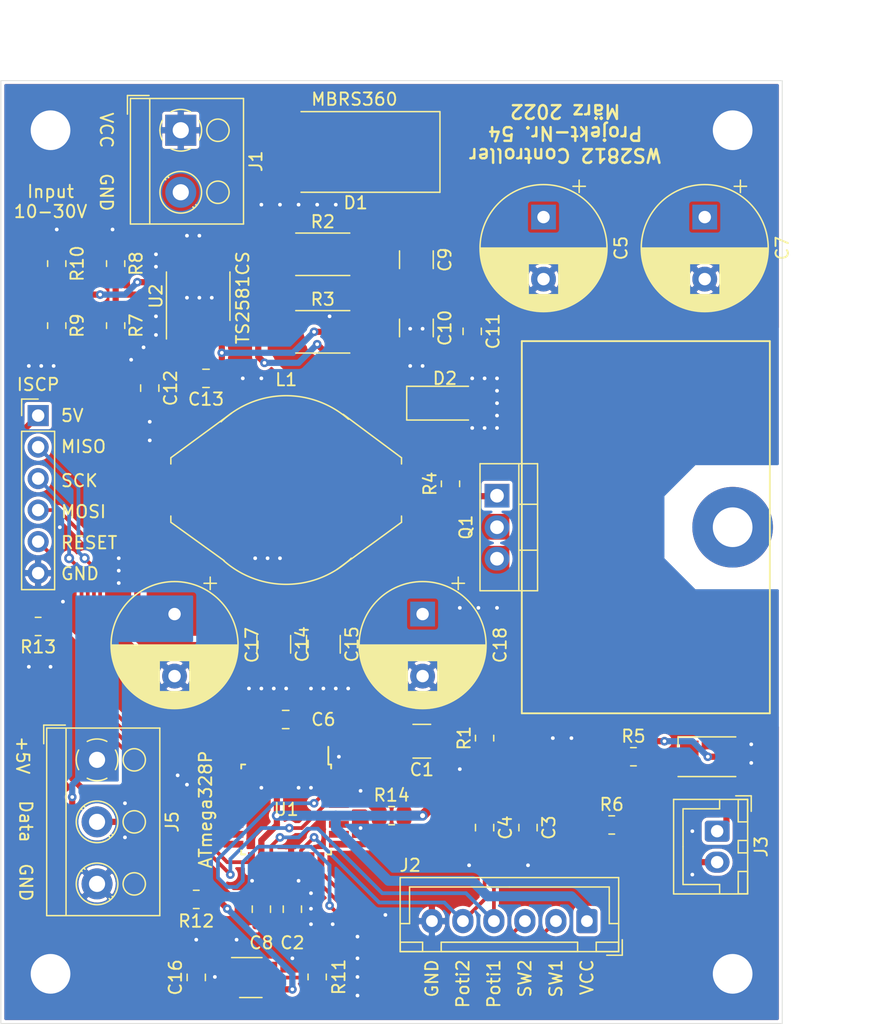
<source format=kicad_pcb>
(kicad_pcb (version 20171130) (host pcbnew 5.1.12-84ad8e8a86~92~ubuntu20.04.1)
  (layers (0 F.Cu signal) (31 B.Cu signal) (34 B.Paste user) (35 F.Paste user) (36 B.SilkS user) (37 F.SilkS user) (38 B.Mask user) (39 F.Mask user) (44 Edge.Cuts user))
  (net 0 "")
  (net 1 GND)
  (net 2 "Net-(C2-Pad1)")
  (net 3 "Net-(C10-Pad1)")
  (net 4 VCC)
  (net 5 /V_Sense)
  (net 6 "Net-(Q1-Pad1)")
  (net 7 "Net-(R4-Pad2)")
  (net 8 /WS2812_Data)
  (net 9 "Net-(R10-Pad2)")
  (net 10 "Net-(U1-Pad32)")
  (net 11 "Net-(U1-Pad31)")
  (net 12 "Net-(U1-Pad28)")
  (net 13 "Net-(U1-Pad27)")
  (net 14 "Net-(U1-Pad26)")
  (net 15 "Net-(U1-Pad14)")
  (net 16 "Net-(U1-Pad13)")
  (net 17 "Net-(U1-Pad12)")
  (net 18 "Net-(U1-Pad11)")
  (net 19 "Net-(U1-Pad10)")
  (net 20 "Net-(U1-Pad9)")
  (net 21 "Net-(U1-Pad8)")
  (net 22 "Net-(U1-Pad7)")
  (net 23 "Net-(U1-Pad2)")
  (net 24 "Net-(U1-Pad1)")
  (net 25 /VCC_µC)
  (net 26 /Poti1)
  (net 27 /Poti2)
  (net 28 "Net-(C11-Pad1)")
  (net 29 "Net-(C12-Pad1)")
  (net 30 "Net-(C13-Pad2)")
  (net 31 "Net-(D1-Pad2)")
  (net 32 "Net-(D2-Pad1)")
  (net 33 "Net-(D3-Pad1)")
  (net 34 /Button2)
  (net 35 /Button1)
  (net 36 /RESET)
  (net 37 /MOSI)
  (net 38 /SCK)
  (net 39 /MISO)
  (net 40 "Net-(J4-Pad1)")
  (net 41 /LED_Power)
  (net 42 "Net-(J3-Pad2)")
  (net 43 "Net-(R7-Pad1)")
  (net 44 "Net-(R12-Pad2)")
  (net 45 "Net-(J5-Pad2)")
  (module Package_TO_SOT_THT:TO-220-3_Vertical (layer F.Cu) (at 80 80.46 270)
    (fp_text reference Q1 (at 2.54 2.5 90) (layer F.SilkS))
    (fp_text value IRF5305)
    (pad 1 thru_hole rect (at 0 0 270) (size 1.905 2) (drill 1.1) (layers *.Cu *.Mask) (net 6 "Net-(Q1-Pad1)"))
    (pad 2 thru_hole oval (at 2.54 0 270) (size 1.905 2) (drill 1.1) (layers *.Cu *.Mask) (net 32 "Net-(D2-Pad1)"))
    (pad 3 thru_hole oval (at 5.08 0 270) (size 1.905 2) (drill 1.1) (layers *.Cu *.Mask) (net 5 /V_Sense))
  )
  (module Diode_SMD:D_SMC_Handsoldering (layer F.Cu) (at 68.6 52.75 180)
    (fp_text reference D1 (at 0 -4.1) (layer F.SilkS))
    (fp_text value MBRS360)
    (pad 2 smd rect (at 4.4 0 270) (size 3.3 4.5) (layers F.Cu F.Paste F.Mask) (net 31 "Net-(D1-Pad2)"))
    (pad 1 smd rect (at -4.4 0 270) (size 3.3 4.5) (layers F.Cu F.Paste F.Mask) (net 28 "Net-(C11-Pad1)"))
  )
  (module TerminalBlock_RND:TerminalBlock_RND_205-00002_1x03_P5.00mm_Horizontal (layer F.Cu) (at 47.75 101.75 270)
    (fp_text reference J5 (at 5 -6.06 90) (layer F.SilkS))
    (fp_text value "WS2812 Out")
    (pad 3 thru_hole circle (at 10 0 270) (size 2.5 2.5) (drill 1.3) (layers *.Cu *.Mask) (net 1 GND))
    (pad 2 thru_hole circle (at 5 0 270) (size 2.5 2.5) (drill 1.3) (layers *.Cu *.Mask) (net 45 "Net-(J5-Pad2)"))
    (pad 1 thru_hole rect (at 0 0 270) (size 2.5 2.5) (drill 1.3) (layers *.Cu *.Mask) (net 4 VCC))
  )
  (module Connector_JST:JST_XH_B2B-XH-A_1x02_P2.50mm_Vertical (layer F.Cu) (at 97.75 107.5 270)
    (fp_text reference J3 (at 1.25 -3.55 90) (layer F.SilkS))
    (fp_text value LED_Pwr_ext)
    (pad 2 thru_hole oval (at 2.5 0 270) (size 1.7 2) (drill 1) (layers *.Cu *.Mask) (net 42 "Net-(J3-Pad2)"))
    (pad 1 thru_hole roundrect (at 0 0 270) (size 1.7 2) (drill 1) (layers *.Cu *.Mask) (roundrect_rratio 0.1470588235294118) (net 4 VCC))
  )
  (module TerminalBlock_RND:TerminalBlock_RND_205-00001_1x02_P5.00mm_Horizontal (layer F.Cu) (at 54.5 51 270)
    (fp_text reference J1 (at 2.5 -6.06 90) (layer F.SilkS))
    (fp_text value "Power IN")
    (pad 2 thru_hole circle (at 5 0 270) (size 2.5 2.5) (drill 1.3) (layers *.Cu *.Mask) (net 31 "Net-(D1-Pad2)"))
    (pad 1 thru_hole rect (at 0 0 270) (size 2.5 2.5) (drill 1.3) (layers *.Cu *.Mask) (net 1 GND))
  )
  (module Resistor_SMD:R_0805_2012Metric_Pad1.20x1.40mm_HandSolder (layer F.Cu) (at 71.5 106.25)
    (fp_text reference R14 (at 0 -1.65) (layer F.SilkS))
    (fp_text value 10k)
    (pad 2 smd roundrect (at 1 0) (size 1.2 1.4) (layers F.Cu F.Paste F.Mask) (roundrect_rratio 0.2083325) (net 25 /VCC_µC))
    (pad 1 smd roundrect (at -1 0) (size 1.2 1.4) (layers F.Cu F.Paste F.Mask) (roundrect_rratio 0.2083325) (net 36 /RESET))
  )
  (module Resistor_SMD:R_0805_2012Metric_Pad1.20x1.40mm_HandSolder (layer F.Cu) (at 43 91 180)
    (fp_text reference R13 (at 0 -1.65) (layer F.SilkS))
    (fp_text value 0R)
    (pad 2 smd roundrect (at 1 0 180) (size 1.2 1.4) (layers F.Cu F.Paste F.Mask) (roundrect_rratio 0.2083325) (net 40 "Net-(J4-Pad1)"))
    (pad 1 smd roundrect (at -1 0 180) (size 1.2 1.4) (layers F.Cu F.Paste F.Mask) (roundrect_rratio 0.2083325) (net 25 /VCC_µC))
  )
  (module Resistor_SMD:R_0805_2012Metric_Pad1.20x1.40mm_HandSolder (layer F.Cu) (at 89.25 107)
    (fp_text reference R6 (at 0 -1.65) (layer F.SilkS))
    (fp_text value 470R)
    (pad 2 smd roundrect (at 1 0) (size 1.2 1.4) (layers F.Cu F.Paste F.Mask) (roundrect_rratio 0.2083325) (net 42 "Net-(J3-Pad2)"))
    (pad 1 smd roundrect (at -1 0) (size 1.2 1.4) (layers F.Cu F.Paste F.Mask) (roundrect_rratio 0.2083325) (net 41 /LED_Power))
  )
  (module Resistor_SMD:R_0805_2012Metric_Pad1.20x1.40mm_HandSolder (layer F.Cu) (at 91 101.5)
    (fp_text reference R5 (at 0 -1.65) (layer F.SilkS))
    (fp_text value 10k)
    (pad 2 smd roundrect (at 1 0) (size 1.2 1.4) (layers F.Cu F.Paste F.Mask) (roundrect_rratio 0.2083325) (net 33 "Net-(D3-Pad1)"))
    (pad 1 smd roundrect (at -1 0) (size 1.2 1.4) (layers F.Cu F.Paste F.Mask) (roundrect_rratio 0.2083325) (net 41 /LED_Power))
  )
  (module Connector_PinHeader_2.54mm:PinHeader_1x06_P2.54mm_Vertical (layer F.Cu) (at 43 74)
    (fp_text reference J4 hide)
    (fp_text value ISCP (at 0 -2.5) (layer F.SilkS))
    (pad 6 thru_hole oval (at 0 12.7) (size 1.7 1.7) (drill 1) (layers *.Cu *.Mask) (net 1 GND))
    (pad 5 thru_hole oval (at 0 10.16) (size 1.7 1.7) (drill 1) (layers *.Cu *.Mask) (net 36 /RESET))
    (pad 4 thru_hole oval (at 0 7.62) (size 1.7 1.7) (drill 1) (layers *.Cu *.Mask) (net 37 /MOSI))
    (pad 3 thru_hole oval (at 0 5.08) (size 1.7 1.7) (drill 1) (layers *.Cu *.Mask) (net 38 /SCK))
    (pad 2 thru_hole oval (at 0 2.54) (size 1.7 1.7) (drill 1) (layers *.Cu *.Mask) (net 39 /MISO))
    (pad 1 thru_hole rect (at 0 0) (size 1.7 1.7) (drill 1) (layers *.Cu *.Mask) (net 40 "Net-(J4-Pad1)"))
  )
  (module Connector_JST:JST_XH_B6B-XH-A_1x06_P2.50mm_Vertical (layer F.Cu) (at 87.25 114.75 180)
    (fp_text reference J2 (at 14.25 4.5) (layer F.SilkS))
    (fp_text value Conn_01x06)
    (pad 6 thru_hole oval (at 12.5 0 180) (size 1.7 1.95) (drill 0.95) (layers *.Cu *.Mask) (net 1 GND))
    (pad 5 thru_hole oval (at 10 0 180) (size 1.7 1.95) (drill 0.95) (layers *.Cu *.Mask) (net 27 /Poti2))
    (pad 4 thru_hole oval (at 7.5 0 180) (size 1.7 1.95) (drill 0.95) (layers *.Cu *.Mask) (net 26 /Poti1))
    (pad 3 thru_hole oval (at 5 0 180) (size 1.7 1.95) (drill 0.95) (layers *.Cu *.Mask) (net 34 /Button2))
    (pad 2 thru_hole oval (at 2.5 0 180) (size 1.7 1.95) (drill 0.95) (layers *.Cu *.Mask) (net 35 /Button1))
    (pad 1 thru_hole roundrect (at 0 0 180) (size 1.7 1.95) (drill 0.95) (layers *.Cu *.Mask) (roundrect_rratio 0.1470588235294118) (net 25 /VCC_µC))
  )
  (module LED_SMD:LED_PLCC-2 (layer F.Cu) (at 97 101.5)
    (fp_text reference D3 hide)
    (fp_text value LED_PWR)
    (pad 2 smd rect (at 1.5 0) (size 1.5 2.6) (layers F.Cu F.Paste F.Mask) (net 4 VCC))
    (pad 1 smd rect (at -1.5 0) (size 1.5 2.6) (layers F.Cu F.Paste F.Mask) (net 33 "Net-(D3-Pad1)"))
  )
  (module Capacitor_SMD:C_0805_2012Metric_Pad1.18x1.45mm_HandSolder (layer F.Cu) (at 61 113.7875 270)
    (fp_text reference C8 (at 2.7125 0) (layer F.SilkS))
    (fp_text value 100nF)
    (pad 2 smd roundrect (at 1.0375 0 270) (size 1.175 1.45) (layers F.Cu F.Paste F.Mask) (roundrect_rratio 0.2127659574468085) (net 1 GND))
    (pad 1 smd roundrect (at -1.0375 0 270) (size 1.175 1.45) (layers F.Cu F.Paste F.Mask) (roundrect_rratio 0.2127659574468085) (net 25 /VCC_µC))
  )
  (module Capacitor_SMD:C_0805_2012Metric_Pad1.18x1.45mm_HandSolder (layer F.Cu) (at 79 107.2125 270)
    (fp_text reference C4 (at 0 -1.68 90) (layer F.SilkS))
    (fp_text value 100nF)
    (pad 2 smd roundrect (at 1.0375 0 270) (size 1.175 1.45) (layers F.Cu F.Paste F.Mask) (roundrect_rratio 0.2127659574468085) (net 27 /Poti2))
    (pad 1 smd roundrect (at -1.0375 0 270) (size 1.175 1.45) (layers F.Cu F.Paste F.Mask) (roundrect_rratio 0.2127659574468085) (net 1 GND))
  )
  (module Capacitor_SMD:C_0805_2012Metric_Pad1.18x1.45mm_HandSolder (layer F.Cu) (at 82.5 107.2125 270)
    (fp_text reference C3 (at 0 -1.68 90) (layer F.SilkS))
    (fp_text value 100nF)
    (pad 2 smd roundrect (at 1.0375 0 270) (size 1.175 1.45) (layers F.Cu F.Paste F.Mask) (roundrect_rratio 0.2127659574468085) (net 26 /Poti1))
    (pad 1 smd roundrect (at -1.0375 0 270) (size 1.175 1.45) (layers F.Cu F.Paste F.Mask) (roundrect_rratio 0.2127659574468085) (net 1 GND))
  )
  (module Package_TO_SOT_SMD:SOT-23-5_HandSoldering (layer F.Cu) (at 60.15 119.3)
    (fp_text reference U3 hide)
    (fp_text value 74LVC1G17)
    (pad 5 smd rect (at 1.35 -0.95) (size 1.56 0.65) (layers F.Cu F.Paste F.Mask) (net 4 VCC))
    (pad 4 smd rect (at 1.35 0.95) (size 1.56 0.65) (layers F.Cu F.Paste F.Mask) (net 44 "Net-(R12-Pad2)"))
    (pad 3 smd rect (at -1.35 0.95) (size 1.56 0.65) (layers F.Cu F.Paste F.Mask) (net 1 GND))
    (pad 2 smd rect (at -1.35 0) (size 1.56 0.65) (layers F.Cu F.Paste F.Mask) (net 8 /WS2812_Data))
    (pad 1 smd rect (at -1.35 -0.95) (size 1.56 0.65) (layers F.Cu F.Paste F.Mask))
  )
  (module Package_SO:SOP-8_3.9x4.9mm_P1.27mm (layer F.Cu) (at 55.905 64.375 90)
    (fp_text reference U2 (at 0 -3.4 90) (layer F.SilkS))
    (fp_text value TS2581CS)
    (pad 8 smd roundrect (at 2.625 -1.905 90) (size 1.65 0.6) (layers F.Cu F.Paste F.Mask) (net 9 "Net-(R10-Pad2)"))
    (pad 7 smd roundrect (at 2.625 -0.635 90) (size 1.65 0.6) (layers F.Cu F.Paste F.Mask) (net 43 "Net-(R7-Pad1)"))
    (pad 6 smd roundrect (at 2.625 0.635 90) (size 1.65 0.6) (layers F.Cu F.Paste F.Mask) (net 5 /V_Sense))
    (pad 5 smd roundrect (at 2.625 1.905 90) (size 1.65 0.6) (layers F.Cu F.Paste F.Mask) (net 7 "Net-(R4-Pad2)"))
    (pad 4 smd roundrect (at -2.625 1.905 90) (size 1.65 0.6) (layers F.Cu F.Paste F.Mask) (net 28 "Net-(C11-Pad1)"))
    (pad 3 smd roundrect (at -2.625 0.635 90) (size 1.65 0.6) (layers F.Cu F.Paste F.Mask) (net 30 "Net-(C13-Pad2)"))
    (pad 2 smd roundrect (at -2.625 -0.635 90) (size 1.65 0.6) (layers F.Cu F.Paste F.Mask) (net 1 GND))
    (pad 1 smd roundrect (at -2.625 -1.905 90) (size 1.65 0.6) (layers F.Cu F.Paste F.Mask) (net 29 "Net-(C12-Pad1)"))
  )
  (module Package_QFP:TQFP-32_7x7mm_P0.8mm (layer F.Cu) (at 63 105.75 270)
    (fp_text reference U1 (at 0 0 180) (layer F.SilkS))
    (fp_text value ATmega328P-AU)
    (pad 32 smd rect (at -2.8 -4.25) (size 1.6 0.55) (layers F.Cu F.Paste F.Mask) (net 10 "Net-(U1-Pad32)"))
    (pad 31 smd rect (at -2 -4.25) (size 1.6 0.55) (layers F.Cu F.Paste F.Mask) (net 11 "Net-(U1-Pad31)"))
    (pad 30 smd rect (at -1.2 -4.25) (size 1.6 0.55) (layers F.Cu F.Paste F.Mask) (net 8 /WS2812_Data))
    (pad 29 smd rect (at -0.4 -4.25) (size 1.6 0.55) (layers F.Cu F.Paste F.Mask) (net 36 /RESET))
    (pad 28 smd rect (at 0.4 -4.25) (size 1.6 0.55) (layers F.Cu F.Paste F.Mask) (net 12 "Net-(U1-Pad28)"))
    (pad 27 smd rect (at 1.2 -4.25) (size 1.6 0.55) (layers F.Cu F.Paste F.Mask) (net 13 "Net-(U1-Pad27)"))
    (pad 26 smd rect (at 2 -4.25) (size 1.6 0.55) (layers F.Cu F.Paste F.Mask) (net 14 "Net-(U1-Pad26)"))
    (pad 25 smd rect (at 2.8 -4.25) (size 1.6 0.55) (layers F.Cu F.Paste F.Mask) (net 41 /LED_Power))
    (pad 24 smd rect (at 4.25 -2.8 270) (size 1.6 0.55) (layers F.Cu F.Paste F.Mask) (net 34 /Button2))
    (pad 23 smd rect (at 4.25 -2 270) (size 1.6 0.55) (layers F.Cu F.Paste F.Mask) (net 35 /Button1))
    (pad 22 smd rect (at 4.25 -1.2 270) (size 1.6 0.55) (layers F.Cu F.Paste F.Mask) (net 27 /Poti2))
    (pad 21 smd rect (at 4.25 -0.4 270) (size 1.6 0.55) (layers F.Cu F.Paste F.Mask) (net 1 GND))
    (pad 20 smd rect (at 4.25 0.4 270) (size 1.6 0.55) (layers F.Cu F.Paste F.Mask) (net 2 "Net-(C2-Pad1)"))
    (pad 19 smd rect (at 4.25 1.2 270) (size 1.6 0.55) (layers F.Cu F.Paste F.Mask) (net 26 /Poti1))
    (pad 18 smd rect (at 4.25 2 270) (size 1.6 0.55) (layers F.Cu F.Paste F.Mask) (net 25 /VCC_µC))
    (pad 17 smd rect (at 4.25 2.8 270) (size 1.6 0.55) (layers F.Cu F.Paste F.Mask) (net 38 /SCK))
    (pad 16 smd rect (at 2.8 4.25) (size 1.6 0.55) (layers F.Cu F.Paste F.Mask) (net 39 /MISO))
    (pad 15 smd rect (at 2 4.25) (size 1.6 0.55) (layers F.Cu F.Paste F.Mask) (net 37 /MOSI))
    (pad 14 smd rect (at 1.2 4.25) (size 1.6 0.55) (layers F.Cu F.Paste F.Mask) (net 15 "Net-(U1-Pad14)"))
    (pad 13 smd rect (at 0.4 4.25) (size 1.6 0.55) (layers F.Cu F.Paste F.Mask) (net 16 "Net-(U1-Pad13)"))
    (pad 12 smd rect (at -0.4 4.25) (size 1.6 0.55) (layers F.Cu F.Paste F.Mask) (net 17 "Net-(U1-Pad12)"))
    (pad 11 smd rect (at -1.2 4.25) (size 1.6 0.55) (layers F.Cu F.Paste F.Mask) (net 18 "Net-(U1-Pad11)"))
    (pad 10 smd rect (at -2 4.25) (size 1.6 0.55) (layers F.Cu F.Paste F.Mask) (net 19 "Net-(U1-Pad10)"))
    (pad 9 smd rect (at -2.8 4.25) (size 1.6 0.55) (layers F.Cu F.Paste F.Mask) (net 20 "Net-(U1-Pad9)"))
    (pad 8 smd rect (at -4.25 2.8 270) (size 1.6 0.55) (layers F.Cu F.Paste F.Mask) (net 21 "Net-(U1-Pad8)"))
    (pad 7 smd rect (at -4.25 2 270) (size 1.6 0.55) (layers F.Cu F.Paste F.Mask) (net 22 "Net-(U1-Pad7)"))
    (pad 6 smd rect (at -4.25 1.2 270) (size 1.6 0.55) (layers F.Cu F.Paste F.Mask) (net 25 /VCC_µC))
    (pad 5 smd rect (at -4.25 0.4 270) (size 1.6 0.55) (layers F.Cu F.Paste F.Mask) (net 1 GND))
    (pad 4 smd rect (at -4.25 -0.4 270) (size 1.6 0.55) (layers F.Cu F.Paste F.Mask) (net 25 /VCC_µC))
    (pad 3 smd rect (at -4.25 -1.2 270) (size 1.6 0.55) (layers F.Cu F.Paste F.Mask) (net 1 GND))
    (pad 2 smd rect (at -4.25 -2 270) (size 1.6 0.55) (layers F.Cu F.Paste F.Mask) (net 23 "Net-(U1-Pad2)"))
    (pad 1 smd rect (at -4.25 -2.8 270) (size 1.6 0.55) (layers F.Cu F.Paste F.Mask) (net 24 "Net-(U1-Pad1)"))
  )
  (module Resistor_SMD:R_0805_2012Metric_Pad1.20x1.40mm_HandSolder (layer F.Cu) (at 44.5 61.75 270)
    (fp_text reference R10 (at 0 -1.65 90) (layer F.SilkS))
    (fp_text value 3,24k)
    (pad 2 smd roundrect (at 1 0 270) (size 1.2 1.4) (layers F.Cu F.Paste F.Mask) (roundrect_rratio 0.2083325) (net 9 "Net-(R10-Pad2)"))
    (pad 1 smd roundrect (at -1 0 270) (size 1.2 1.4) (layers F.Cu F.Paste F.Mask) (roundrect_rratio 0.2083325) (net 1 GND))
  )
  (module Resistor_SMD:R_0805_2012Metric_Pad1.20x1.40mm_HandSolder (layer F.Cu) (at 44.5 66.75 270)
    (fp_text reference R9 (at 0 -1.65 90) (layer F.SilkS))
    (fp_text value 13,7k)
    (pad 2 smd roundrect (at 1 0 270) (size 1.2 1.4) (layers F.Cu F.Paste F.Mask) (roundrect_rratio 0.2083325) (net 4 VCC))
    (pad 1 smd roundrect (at -1 0 270) (size 1.2 1.4) (layers F.Cu F.Paste F.Mask) (roundrect_rratio 0.2083325) (net 9 "Net-(R10-Pad2)"))
  )
  (module Resistor_SMD:R_0805_2012Metric_Pad1.20x1.40mm_HandSolder (layer F.Cu) (at 55.75 113)
    (fp_text reference R12 (at 0 1.75) (layer F.SilkS))
    (fp_text value 100R)
    (pad 2 smd roundrect (at 1 0) (size 1.2 1.4) (layers F.Cu F.Paste F.Mask) (roundrect_rratio 0.2083325) (net 44 "Net-(R12-Pad2)"))
    (pad 1 smd roundrect (at -1 0) (size 1.2 1.4) (layers F.Cu F.Paste F.Mask) (roundrect_rratio 0.2083325) (net 45 "Net-(J5-Pad2)"))
  )
  (module Resistor_SMD:R_0805_2012Metric_Pad1.20x1.40mm_HandSolder (layer F.Cu) (at 49.25 61.75 270)
    (fp_text reference R8 (at 0 -1.65 90) (layer F.SilkS))
    (fp_text value 3,24k)
    (pad 2 smd roundrect (at 1 0 270) (size 1.2 1.4) (layers F.Cu F.Paste F.Mask) (roundrect_rratio 0.2083325) (net 43 "Net-(R7-Pad1)"))
    (pad 1 smd roundrect (at -1 0 270) (size 1.2 1.4) (layers F.Cu F.Paste F.Mask) (roundrect_rratio 0.2083325) (net 1 GND))
  )
  (module Resistor_SMD:R_0805_2012Metric_Pad1.20x1.40mm_HandSolder (layer F.Cu) (at 49.25 66.75 270)
    (fp_text reference R7 (at 0 -1.65 90) (layer F.SilkS))
    (fp_text value 13,7k)
    (pad 2 smd roundrect (at 1 0 270) (size 1.2 1.4) (layers F.Cu F.Paste F.Mask) (roundrect_rratio 0.2083325) (net 4 VCC))
    (pad 1 smd roundrect (at -1 0 270) (size 1.2 1.4) (layers F.Cu F.Paste F.Mask) (roundrect_rratio 0.2083325) (net 43 "Net-(R7-Pad1)"))
  )
  (module Resistor_SMD:R_0805_2012Metric_Pad1.20x1.40mm_HandSolder (layer F.Cu) (at 65.5 119.25 90)
    (fp_text reference R11 (at 0 1.75 90) (layer F.SilkS))
    (fp_text value 10k)
    (pad 2 smd roundrect (at 1 0 90) (size 1.2 1.4) (layers F.Cu F.Paste F.Mask) (roundrect_rratio 0.2083325) (net 8 /WS2812_Data))
    (pad 1 smd roundrect (at -1 0 90) (size 1.2 1.4) (layers F.Cu F.Paste F.Mask) (roundrect_rratio 0.2083325) (net 1 GND))
  )
  (module Resistor_SMD:R_0805_2012Metric_Pad1.20x1.40mm_HandSolder (layer F.Cu) (at 76.25 79.5 90)
    (fp_text reference R4 (at 0 -1.65 90) (layer F.SilkS))
    (fp_text value 0R)
    (pad 2 smd roundrect (at 1 0 90) (size 1.2 1.4) (layers F.Cu F.Paste F.Mask) (roundrect_rratio 0.2083325) (net 7 "Net-(R4-Pad2)"))
    (pad 1 smd roundrect (at -1 0 90) (size 1.2 1.4) (layers F.Cu F.Paste F.Mask) (roundrect_rratio 0.2083325) (net 6 "Net-(Q1-Pad1)"))
  )
  (module Resistor_SMD:R_2512_6332Metric_Pad1.40x3.35mm_HandSolder (layer F.Cu) (at 65.95 67.25)
    (fp_text reference R3 (at 0 -2.62) (layer F.SilkS))
    (fp_text value "50mR 2512")
    (pad 2 smd roundrect (at 3.05 0) (size 1.4 3.35) (layers F.Cu F.Paste F.Mask) (roundrect_rratio 0.1785707142857143) (net 28 "Net-(C11-Pad1)"))
    (pad 1 smd roundrect (at -3.05 0) (size 1.4 3.35) (layers F.Cu F.Paste F.Mask) (roundrect_rratio 0.1785707142857143) (net 5 /V_Sense))
  )
  (module Resistor_SMD:R_2512_6332Metric_Pad1.40x3.35mm_HandSolder (layer F.Cu) (at 65.95 61)
    (fp_text reference R2 (at 0 -2.62) (layer F.SilkS))
    (fp_text value "50mR 2512")
    (pad 2 smd roundrect (at 3.05 0) (size 1.4 3.35) (layers F.Cu F.Paste F.Mask) (roundrect_rratio 0.1785707142857143) (net 28 "Net-(C11-Pad1)"))
    (pad 1 smd roundrect (at -3.05 0) (size 1.4 3.35) (layers F.Cu F.Paste F.Mask) (roundrect_rratio 0.1785707142857143) (net 5 /V_Sense))
  )
  (module Resistor_SMD:R_0805_2012Metric_Pad1.20x1.40mm_HandSolder (layer F.Cu) (at 79 100 90)
    (fp_text reference R1 (at 0 -1.65 90) (layer F.SilkS))
    (fp_text value 10R)
    (pad 2 smd roundrect (at 1 0 90) (size 1.2 1.4) (layers F.Cu F.Paste F.Mask) (roundrect_rratio 0.2083325) (net 4 VCC))
    (pad 1 smd roundrect (at -1 0 90) (size 1.2 1.4) (layers F.Cu F.Paste F.Mask) (roundrect_rratio 0.2083325) (net 25 /VCC_µC))
  )
  (module Inductor_SMD:L_Fastron_PISR_Handsoldering (layer F.Cu) (at 63 80)
    (fp_text reference L1 (at 0 -8.89) (layer F.SilkS))
    (fp_text value 47µH)
    (pad 1 smd rect (at 8.33 0) (size 4 3) (layers F.Cu F.Paste F.Mask) (net 32 "Net-(D2-Pad1)"))
    (pad 2 smd rect (at -8.33 0) (size 4 3) (layers F.Cu F.Paste F.Mask) (net 4 VCC))
  )
  (module Diode_SMD:D_SOD-128 (layer F.Cu) (at 75.8 73)
    (fp_text reference D2 (at 0 -2) (layer F.SilkS))
    (fp_text value PMEG4050EP)
    (pad 2 smd rect (at 2.2 0) (size 1.4 2.1) (layers F.Cu F.Paste F.Mask) (net 1 GND))
    (pad 1 smd rect (at -2.2 0) (size 1.4 2.1) (layers F.Cu F.Paste F.Mask) (net 32 "Net-(D2-Pad1)"))
  )
  (module Capacitor_THT:CP_Radial_D10.0mm_P5.00mm (layer F.Cu) (at 74 90 270)
    (fp_text reference C18 (at 2.5 -6.25 90) (layer F.SilkS))
    (fp_text value "220µF 35V")
    (pad 2 thru_hole circle (at 5 0 270) (size 2 2) (drill 1) (layers *.Cu *.Mask) (net 1 GND))
    (pad 1 thru_hole rect (at 0 0 270) (size 2 2) (drill 1) (layers *.Cu *.Mask) (net 4 VCC))
  )
  (module Capacitor_THT:CP_Radial_D10.0mm_P5.00mm (layer F.Cu) (at 54 90 270)
    (fp_text reference C17 (at 2.5 -6.25 90) (layer F.SilkS))
    (fp_text value "220µF 35V")
    (pad 2 thru_hole circle (at 5 0 270) (size 2 2) (drill 1) (layers *.Cu *.Mask) (net 1 GND))
    (pad 1 thru_hole rect (at 0 0 270) (size 2 2) (drill 1) (layers *.Cu *.Mask) (net 4 VCC))
  )
  (module Capacitor_SMD:C_1210_3225Metric_Pad1.33x2.70mm_HandSolder (layer F.Cu) (at 66 92.4375 270)
    (fp_text reference C15 (at 0 -2.3 90) (layer F.SilkS))
    (fp_text value "22µF 1210")
    (pad 2 smd roundrect (at 1.5625 0 270) (size 1.325 2.7) (layers F.Cu F.Paste F.Mask) (roundrect_rratio 0.1886784905660377) (net 1 GND))
    (pad 1 smd roundrect (at -1.5625 0 270) (size 1.325 2.7) (layers F.Cu F.Paste F.Mask) (roundrect_rratio 0.1886784905660377) (net 4 VCC))
  )
  (module Capacitor_SMD:C_1210_3225Metric_Pad1.33x2.70mm_HandSolder (layer F.Cu) (at 62 92.4375 270)
    (fp_text reference C14 (at 0 -2.3 90) (layer F.SilkS))
    (fp_text value "22µF 1210")
    (pad 2 smd roundrect (at 1.5625 0 270) (size 1.325 2.7) (layers F.Cu F.Paste F.Mask) (roundrect_rratio 0.1886784905660377) (net 1 GND))
    (pad 1 smd roundrect (at -1.5625 0 270) (size 1.325 2.7) (layers F.Cu F.Paste F.Mask) (roundrect_rratio 0.1886784905660377) (net 4 VCC))
  )
  (module Capacitor_SMD:C_0805_2012Metric_Pad1.18x1.45mm_HandSolder (layer F.Cu) (at 55.75 119.2875 90)
    (fp_text reference C16 (at 0 -1.68 90) (layer F.SilkS))
    (fp_text value 100nF)
    (pad 2 smd roundrect (at 1.0375 0 90) (size 1.175 1.45) (layers F.Cu F.Paste F.Mask) (roundrect_rratio 0.2127659574468085) (net 4 VCC))
    (pad 1 smd roundrect (at -1.0375 0 90) (size 1.175 1.45) (layers F.Cu F.Paste F.Mask) (roundrect_rratio 0.2127659574468085) (net 1 GND))
  )
  (module Capacitor_SMD:C_0805_2012Metric_Pad1.18x1.45mm_HandSolder (layer F.Cu) (at 56.5375 71 180)
    (fp_text reference C13 (at 0 -1.68) (layer F.SilkS))
    (fp_text value 1µF)
    (pad 2 smd roundrect (at 1.0375 0 180) (size 1.175 1.45) (layers F.Cu F.Paste F.Mask) (roundrect_rratio 0.2127659574468085) (net 30 "Net-(C13-Pad2)"))
    (pad 1 smd roundrect (at -1.0375 0 180) (size 1.175 1.45) (layers F.Cu F.Paste F.Mask) (roundrect_rratio 0.2127659574468085) (net 28 "Net-(C11-Pad1)"))
  )
  (module Capacitor_SMD:C_0805_2012Metric_Pad1.18x1.45mm_HandSolder (layer F.Cu) (at 52 71.7875 270)
    (fp_text reference C12 (at 0 -1.68 90) (layer F.SilkS))
    (fp_text value 100nF)
    (pad 2 smd roundrect (at 1.0375 0 270) (size 1.175 1.45) (layers F.Cu F.Paste F.Mask) (roundrect_rratio 0.2127659574468085) (net 1 GND))
    (pad 1 smd roundrect (at -1.0375 0 270) (size 1.175 1.45) (layers F.Cu F.Paste F.Mask) (roundrect_rratio 0.2127659574468085) (net 29 "Net-(C12-Pad1)"))
  )
  (module Capacitor_SMD:C_0805_2012Metric_Pad1.18x1.45mm_HandSolder (layer F.Cu) (at 78 67.2125 270)
    (fp_text reference C11 (at 0 -1.68 90) (layer F.SilkS))
    (fp_text value 100nF)
    (pad 2 smd roundrect (at 1.0375 0 270) (size 1.175 1.45) (layers F.Cu F.Paste F.Mask) (roundrect_rratio 0.2127659574468085) (net 1 GND))
    (pad 1 smd roundrect (at -1.0375 0 270) (size 1.175 1.45) (layers F.Cu F.Paste F.Mask) (roundrect_rratio 0.2127659574468085) (net 28 "Net-(C11-Pad1)"))
  )
  (module Capacitor_SMD:C_1210_3225Metric_Pad1.33x2.70mm_HandSolder (layer F.Cu) (at 73.5 66.9375 270)
    (fp_text reference C10 (at 0 -2.3 90) (layer F.SilkS))
    (fp_text value "22µF 1210")
    (pad 2 smd roundrect (at 1.5625 0 270) (size 1.325 2.7) (layers F.Cu F.Paste F.Mask) (roundrect_rratio 0.1886784905660377) (net 1 GND))
    (pad 1 smd roundrect (at -1.5625 0 270) (size 1.325 2.7) (layers F.Cu F.Paste F.Mask) (roundrect_rratio 0.1886784905660377) (net 3 "Net-(C10-Pad1)"))
  )
  (module Capacitor_SMD:C_1210_3225Metric_Pad1.33x2.70mm_HandSolder (layer F.Cu) (at 73.5 61.4375 270)
    (fp_text reference C9 (at 0 -2.3 90) (layer F.SilkS))
    (fp_text value "22µF 1210")
    (pad 2 smd roundrect (at 1.5625 0 270) (size 1.325 2.7) (layers F.Cu F.Paste F.Mask) (roundrect_rratio 0.1886784905660377) (net 3 "Net-(C10-Pad1)"))
    (pad 1 smd roundrect (at -1.5625 0 270) (size 1.325 2.7) (layers F.Cu F.Paste F.Mask) (roundrect_rratio 0.1886784905660377) (net 28 "Net-(C11-Pad1)"))
  )
  (module Capacitor_THT:CP_Radial_D10.0mm_P5.00mm (layer F.Cu) (at 96.75 58 270)
    (fp_text reference C7 (at 2.5 -6.25 90) (layer F.SilkS))
    (fp_text value "220µF 35V")
    (pad 2 thru_hole circle (at 5 0 270) (size 2 2) (drill 1) (layers *.Cu *.Mask) (net 1 GND))
    (pad 1 thru_hole rect (at 0 0 270) (size 2 2) (drill 1) (layers *.Cu *.Mask) (net 28 "Net-(C11-Pad1)"))
  )
  (module Capacitor_SMD:C_0805_2012Metric_Pad1.18x1.45mm_HandSolder (layer F.Cu) (at 62.9625 98.5)
    (fp_text reference C6 (at 3.0375 0) (layer F.SilkS))
    (fp_text value 100nF)
    (pad 2 smd roundrect (at 1.0375 0) (size 1.175 1.45) (layers F.Cu F.Paste F.Mask) (roundrect_rratio 0.2127659574468085) (net 1 GND))
    (pad 1 smd roundrect (at -1.0375 0) (size 1.175 1.45) (layers F.Cu F.Paste F.Mask) (roundrect_rratio 0.2127659574468085) (net 25 /VCC_µC))
  )
  (module Capacitor_THT:CP_Radial_D10.0mm_P5.00mm (layer F.Cu) (at 83.75 58 270)
    (fp_text reference C5 (at 2.5 -6.25 90) (layer F.SilkS))
    (fp_text value "220µF 35V")
    (pad 2 thru_hole circle (at 5 0 270) (size 2 2) (drill 1) (layers *.Cu *.Mask) (net 1 GND))
    (pad 1 thru_hole rect (at 0 0 270) (size 2 2) (drill 1) (layers *.Cu *.Mask) (net 28 "Net-(C11-Pad1)"))
  )
  (module Capacitor_SMD:C_0805_2012Metric_Pad1.18x1.45mm_HandSolder (layer F.Cu) (at 63.5 113.7875 270)
    (fp_text reference C2 (at 2.7125 0 180) (layer F.SilkS))
    (fp_text value 100nF)
    (pad 2 smd roundrect (at 1.0375 0 270) (size 1.175 1.45) (layers F.Cu F.Paste F.Mask) (roundrect_rratio 0.2127659574468085) (net 1 GND))
    (pad 1 smd roundrect (at -1.0375 0 270) (size 1.175 1.45) (layers F.Cu F.Paste F.Mask) (roundrect_rratio 0.2127659574468085) (net 2 "Net-(C2-Pad1)"))
  )
  (module Capacitor_SMD:C_1210_3225Metric_Pad1.33x2.70mm_HandSolder (layer F.Cu) (at 73.9375 100.25 180)
    (fp_text reference C1 (at 0 -2.3) (layer F.SilkS))
    (fp_text value "10µF 1210")
    (pad 2 smd roundrect (at 1.5625 0 180) (size 1.325 2.7) (layers F.Cu F.Paste F.Mask) (roundrect_rratio 0.1886784905660377) (net 1 GND))
    (pad 1 smd roundrect (at -1.5625 0 180) (size 1.325 2.7) (layers F.Cu F.Paste F.Mask) (roundrect_rratio 0.1886784905660377) (net 25 /VCC_µC))
  )
  (gr_text "WS2812 Controller\nProjekt-Nr. 54\nMärz 2022" (at 85.5 51.25 180) (layer F.SilkS) (effects (font (size 1.1 1.1) (thickness 0.2))))
  (gr_line (start 40 123) (end 40 47) (layer Edge.Cuts) (width 0.05))
  (gr_line (start 103 123) (end 40 123) (layer Edge.Cuts) (width 0.05))
  (gr_line (start 103 47) (end 103 123) (layer Edge.Cuts) (width 0.05))
  (gr_line (start 40 47) (end 103 47) (layer Edge.Cuts) (width 0.05))
  (gr_text ATmega328P (at 56.5 105.75 90) (layer F.SilkS) (effects (font (size 1 1))))
  (gr_text MBRS360 (at 68.5 48.5) (layer F.SilkS) (effects (font (size 1 1))))
  (gr_text "Input\n10-30V" (at 44 56.75) (layer F.SilkS) (effects (font (size 1 1))))
  (gr_text VCC (at 48.5 51 -90) (layer F.SilkS) (effects (font (size 1 1))))
  (gr_text GND (at 48.5 56 -90) (layer F.SilkS) (effects (font (size 1 1))))
  (gr_text Data (at 42 108.5 270) (layer F.SilkS) (effects (font (size 1 1)) (justify right)))
  (gr_text +5V (at 41.75 103 270) (layer F.SilkS) (effects (font (size 1 1)) (justify right)))
  (gr_text GND (at 42 113.25 270) (layer F.SilkS) (effects (font (size 1 1)) (justify right)))
  (gr_text VCC (at 87.25 117.75 90) (layer F.SilkS) (effects (font (size 1 1)) (justify right)))
  (gr_text SW1 (at 84.75 117.75 90) (layer F.SilkS) (effects (font (size 1 1)) (justify right)))
  (gr_text SW2 (at 82.25 117.75 90) (layer F.SilkS) (effects (font (size 1 1)) (justify right)))
  (gr_text Poti1 (at 79.75 117.75 90) (layer F.SilkS) (effects (font (size 1 1)) (justify right)))
  (gr_text Poti2 (at 77.25 117.75 90) (layer F.SilkS) (effects (font (size 1 1)) (justify right)))
  (gr_text GND (at 74.75 117.75 90) (layer F.SilkS) (effects (font (size 1 1)) (justify right)))
  (gr_text GND (at 44.75 86.75) (layer F.SilkS) (effects (font (size 1 1)) (justify left)))
  (gr_text RESET (at 44.75 84.25) (layer F.SilkS) (effects (font (size 1 1)) (justify left)))
  (gr_text MOSI (at 44.75 81.75) (layer F.SilkS) (effects (font (size 1 1)) (justify left)))
  (gr_text SCK (at 44.75 79.25) (layer F.SilkS) (effects (font (size 1 1)) (justify left)))
  (gr_text MISO (at 44.75 76.5) (layer F.SilkS) (effects (font (size 1 1)) (justify left)))
  (gr_text 5V (at 44.75 74) (layer F.SilkS) (effects (font (size 1 1)) (justify left)))
  (gr_text TS2581CS (at 59.5 64.5 90) (layer F.SilkS) (effects (font (size 1 1))))
  (gr_line (start 82 98) (end 82 68) (layer F.SilkS) (width 0.15))
  (gr_line (start 102 98) (end 82 98) (layer F.SilkS) (width 0.15))
  (gr_line (start 102 68) (end 102 98) (layer F.SilkS) (width 0.15))
  (gr_line (start 82 68) (end 102 68) (layer F.SilkS) (width 0.15))
  (via (at 99 83) (size 6.5) (drill 3.2) (layers F.Cu B.Cu) (net 0))
  (via (at 60.25 111.5) (size 0.7) (drill 0.3) (layers F.Cu B.Cu) (net 1))
  (via (at 44.75 83) (size 0.7) (drill 0.3) (layers F.Cu B.Cu) (net 1))
  (via (at 50 108) (size 0.7) (drill 0.3) (layers F.Cu B.Cu) (net 1))
  (via (at 50 105.25) (size 0.7) (drill 0.3) (layers F.Cu B.Cu) (net 1))
  (via (at 61 104) (size 0.7) (drill 0.3) (layers F.Cu B.Cu) (net 1))
  (via (at 68 96) (size 0.7) (drill 0.3) (layers F.Cu B.Cu) (net 1))
  (via (at 66 96) (size 0.7) (drill 0.3) (layers F.Cu B.Cu) (net 1))
  (via (at 99 119) (size 6) (drill 3.2) (layers F.Cu B.Cu) (net 1))
  (via (at 99 51) (size 6) (drill 3.2) (layers F.Cu B.Cu) (net 1))
  (via (at 44 119) (size 6) (drill 3.2) (layers F.Cu B.Cu) (net 1))
  (via (at 44 51) (size 6) (drill 3.2) (layers F.Cu B.Cu) (net 1))
  (via (at 62 96) (size 0.7) (drill 0.3) (layers F.Cu B.Cu) (net 1))
  (via (at 60 96) (size 0.7) (drill 0.3) (layers F.Cu B.Cu) (net 1))
  (via (at 64 104) (size 0.7) (drill 0.3) (layers F.Cu B.Cu) (net 1))
  (via (at 65 104) (size 0.7) (drill 0.3) (layers F.Cu B.Cu) (net 1))
  (via (at 64 111.5) (size 0.7) (drill 0.3) (layers F.Cu B.Cu) (net 1))
  (via (at 65 112.5) (size 0.7) (drill 0.3) (layers F.Cu B.Cu) (net 1))
  (via (at 65 113.75) (size 0.7) (drill 0.3) (layers F.Cu B.Cu) (net 1))
  (via (at 65 115) (size 0.7) (drill 0.3) (layers F.Cu B.Cu) (net 1))
  (via (at 55.75 116.25) (size 0.7) (drill 0.3) (layers F.Cu B.Cu) (net 1))
  (via (at 59 116.25) (size 0.7) (drill 0.3) (layers F.Cu B.Cu) (net 1))
  (via (at 57.25 119.25) (size 0.7) (drill 0.3) (layers F.Cu B.Cu) (net 1))
  (via (at 63.5 117.75) (size 0.7) (drill 0.3) (layers F.Cu B.Cu) (net 1))
  (via (at 68.75 116) (size 0.7) (drill 0.3) (layers F.Cu B.Cu) (net 1))
  (via (at 66.75 115) (size 0.7) (drill 0.3) (layers F.Cu B.Cu) (net 1))
  (via (at 54.25 103) (size 0.7) (drill 0.3) (layers F.Cu B.Cu) (net 1))
  (via (at 55 103.75) (size 0.7) (drill 0.3) (layers F.Cu B.Cu) (net 1))
  (via (at 67.25 101.5) (size 0.7) (drill 0.3) (layers F.Cu B.Cu) (net 1))
  (via (at 71 114.25) (size 0.7) (drill 0.3) (layers F.Cu B.Cu) (net 1))
  (via (at 69 107.25) (size 0.7) (drill 0.3) (layers F.Cu B.Cu) (net 1))
  (via (at 69 104.25) (size 0.7) (drill 0.3) (layers F.Cu B.Cu) (net 1))
  (via (at 95.75 107.5) (size 0.7) (drill 0.3) (layers F.Cu B.Cu) (net 1))
  (via (at 95.75 111) (size 0.7) (drill 0.3) (layers F.Cu B.Cu) (net 1))
  (via (at 82.5 110.25) (size 0.7) (drill 0.3) (layers F.Cu B.Cu) (net 1))
  (via (at 77.75 110.25) (size 0.7) (drill 0.3) (layers F.Cu B.Cu) (net 1))
  (via (at 80 73) (size 0.7) (drill 0.3) (layers F.Cu B.Cu) (net 1))
  (via (at 80 74) (size 0.7) (drill 0.3) (layers F.Cu B.Cu) (net 1))
  (via (at 80 75) (size 0.7) (drill 0.3) (layers F.Cu B.Cu) (net 1))
  (via (at 80 72) (size 0.7) (drill 0.3) (layers F.Cu B.Cu) (net 1))
  (via (at 80 71) (size 0.7) (drill 0.3) (layers F.Cu B.Cu) (net 1))
  (via (at 79 75) (size 0.7) (drill 0.3) (layers F.Cu B.Cu) (net 1))
  (via (at 78 75) (size 0.7) (drill 0.3) (layers F.Cu B.Cu) (net 1))
  (via (at 79 71) (size 0.7) (drill 0.3) (layers F.Cu B.Cu) (net 1))
  (via (at 78 71) (size 0.7) (drill 0.3) (layers F.Cu B.Cu) (net 1))
  (via (at 74 67) (size 0.7) (drill 0.3) (layers F.Cu B.Cu) (net 1))
  (via (at 73 67) (size 0.7) (drill 0.3) (layers F.Cu B.Cu) (net 1))
  (via (at 65 96) (size 0.7) (drill 0.3) (layers F.Cu B.Cu) (net 1))
  (via (at 67 96) (size 0.7) (drill 0.3) (layers F.Cu B.Cu) (net 1))
  (via (at 63 96) (size 0.7) (drill 0.3) (layers F.Cu B.Cu) (net 1))
  (via (at 61 96) (size 0.7) (drill 0.3) (layers F.Cu B.Cu) (net 1))
  (via (at 61 57) (size 0.7) (drill 0.3) (layers F.Cu B.Cu) (net 1))
  (via (at 62.5 57) (size 0.7) (drill 0.3) (layers F.Cu B.Cu) (net 1))
  (via (at 64 57) (size 0.7) (drill 0.3) (layers F.Cu B.Cu) (net 1))
  (via (at 65.5 57) (size 0.7) (drill 0.3) (layers F.Cu B.Cu) (net 1))
  (via (at 67 57) (size 0.7) (drill 0.3) (layers F.Cu B.Cu) (net 1))
  (via (at 66.5 66) (size 0.7) (drill 0.3) (layers F.Cu B.Cu) (net 1))
  (via (at 73 70) (size 0.7) (drill 0.3) (layers F.Cu B.Cu) (net 1))
  (via (at 74 70) (size 0.7) (drill 0.3) (layers F.Cu B.Cu) (net 1))
  (via (at 57 64.5) (size 0.7) (drill 0.3) (layers F.Cu B.Cu) (net 1))
  (via (at 55 64.5) (size 0.7) (drill 0.3) (layers F.Cu B.Cu) (net 1))
  (via (at 56 64.5) (size 0.7) (drill 0.3) (layers F.Cu B.Cu) (net 1))
  (via (at 52 74.5) (size 0.7) (drill 0.3) (layers F.Cu B.Cu) (net 1))
  (via (at 59.5 71) (size 0.7) (drill 0.3) (layers F.Cu B.Cu) (net 1))
  (via (at 61 71) (size 0.7) (drill 0.3) (layers F.Cu B.Cu) (net 1))
  (via (at 52.5 67.5) (size 0.7) (drill 0.3) (layers F.Cu B.Cu) (net 1))
  (via (at 52.5 66) (size 0.7) (drill 0.3) (layers F.Cu B.Cu) (net 1))
  (via (at 51.5 68.5) (size 0.7) (drill 0.3) (layers F.Cu B.Cu) (net 1))
  (via (at 50.5 69.5) (size 0.7) (drill 0.3) (layers F.Cu B.Cu) (net 1))
  (via (at 52.5 62) (size 0.7) (drill 0.3) (layers F.Cu B.Cu) (net 1))
  (via (at 52.5 61) (size 0.7) (drill 0.3) (layers F.Cu B.Cu) (net 1))
  (via (at 56 59.5) (size 0.7) (drill 0.3) (layers F.Cu B.Cu) (net 1))
  (via (at 55 59.5) (size 0.7) (drill 0.3) (layers F.Cu B.Cu) (net 1))
  (via (at 61.5 85.5) (size 0.7) (drill 0.3) (layers F.Cu B.Cu) (net 1))
  (via (at 62.5 85.5) (size 0.7) (drill 0.3) (layers F.Cu B.Cu) (net 1))
  (via (at 60.5 85.5) (size 0.7) (drill 0.3) (layers F.Cu B.Cu) (net 1))
  (via (at 77 89.5) (size 0.7) (drill 0.3) (layers F.Cu B.Cu) (net 1))
  (via (at 78.5 89.5) (size 0.7) (drill 0.3) (layers F.Cu B.Cu) (net 1))
  (via (at 80 89.5) (size 0.7) (drill 0.3) (layers F.Cu B.Cu) (net 1))
  (via (at 52 76) (size 0.7) (drill 0.3) (layers F.Cu B.Cu) (net 1))
  (via (at 49.5 87.5) (size 0.7) (drill 0.3) (layers F.Cu B.Cu) (net 1))
  (via (at 49.5 86.5) (size 0.7) (drill 0.3) (layers F.Cu B.Cu) (net 1))
  (via (at 49.5 85.5) (size 0.7) (drill 0.3) (layers F.Cu B.Cu) (net 1))
  (via (at 45 89) (size 0.7) (drill 0.3) (layers F.Cu B.Cu) (net 1))
  (via (at 44.5 59) (size 0.7) (drill 0.3) (layers F.Cu B.Cu) (net 1))
  (via (at 49 59) (size 0.7) (drill 0.3) (layers F.Cu B.Cu) (net 1))
  (via (at 84.5 100) (size 0.7) (drill 0.3) (layers F.Cu B.Cu) (net 1))
  (via (at 86 100) (size 0.7) (drill 0.3) (layers F.Cu B.Cu) (net 1))
  (via (at 100.5 100.5) (size 0.7) (drill 0.3) (layers F.Cu B.Cu) (net 1))
  (via (at 100.5 102) (size 0.7) (drill 0.3) (layers F.Cu B.Cu) (net 1))
  (via (at 68.75 119.25) (size 0.7) (drill 0.3) (layers F.Cu B.Cu) (net 1))
  (via (at 68.75 117.75) (size 0.7) (drill 0.3) (layers F.Cu B.Cu) (net 1))
  (via (at 68.75 120.75) (size 0.7) (drill 0.3) (layers F.Cu B.Cu) (net 1))
  (via (at 42.25 70) (size 0.7) (drill 0.3) (layers F.Cu B.Cu) (net 1))
  (via (at 43.25 70) (size 0.7) (drill 0.3) (layers F.Cu B.Cu) (net 1))
  (via (at 44.25 70) (size 0.7) (drill 0.3) (layers F.Cu B.Cu) (net 1))
  (via (at 44 94.25) (size 0.7) (drill 0.3) (layers F.Cu B.Cu) (net 1))
  (via (at 42.25 94.25) (size 0.7) (drill 0.3) (layers F.Cu B.Cu) (net 1))
  (via (at 77 102.5) (size 0.7) (drill 0.3) (layers F.Cu B.Cu) (net 1))
  (segment (start 62.6 111.85) (end 63.5 112.75) (width 0.5) (layer F.Cu) (net 2))
  (segment (start 62.6 110) (end 62.6 111.85) (width 0.5) (layer F.Cu) (net 2))
  (segment (start 73.5 63) (end 73.5 65.375) (width 1.2) (layer F.Cu) (net 3))
  (segment (start 44.5 67.75) (end 49.25 67.75) (width 0.5) (layer F.Cu) (net 4))
  (segment (start 63.75 89.125) (end 62 90.875) (width 0.5) (layer F.Cu) (net 4))
  (segment (start 66 90.875) (end 66 92.25) (width 0.5) (layer F.Cu) (net 4))
  (segment (start 66 92.25) (end 65.75 92.5) (width 0.5) (layer F.Cu) (net 4))
  (segment (start 65.75 92.5) (end 51.5 92.5) (width 0.5) (layer F.Cu) (net 4))
  (segment (start 51.5 92.5) (end 51 92) (width 0.5) (layer F.Cu) (net 4))
  (segment (start 51 92) (end 51 77.75) (width 0.5) (layer F.Cu) (net 4))
  (segment (start 49.25 76) (end 49.25 67.75) (width 0.5) (layer F.Cu) (net 4))
  (segment (start 51 77.75) (end 49.25 76) (width 0.5) (layer F.Cu) (net 4))
  (segment (start 98.5 106.75) (end 97.75 107.5) (width 0.5) (layer F.Cu) (net 4))
  (segment (start 98.5 101.5) (end 98.5 106.75) (width 0.5) (layer F.Cu) (net 4))
  (segment (start 79 95) (end 79 99) (width 0.8) (layer F.Cu) (net 4))
  (segment (start 74 90) (end 79 95) (width 0.8) (layer F.Cu) (net 4))
  (via (at 45.75 104.75) (size 0.7) (drill 0.3) (layers F.Cu B.Cu) (net 4))
  (segment (start 45.75 103.75) (end 47.75 101.75) (width 0.5) (layer B.Cu) (net 4))
  (segment (start 45.75 104.75) (end 45.75 103.75) (width 0.5) (layer B.Cu) (net 4))
  (segment (start 98.5 101.25) (end 98.5 101.5) (width 0.5) (layer F.Cu) (net 4))
  (via (at 93.5 100.25) (size 0.7) (drill 0.3) (layers F.Cu B.Cu) (net 4))
  (segment (start 93.5 100.25) (end 95.75 100.25) (width 0.5) (layer B.Cu) (net 4))
  (segment (start 95.75 100.25) (end 97 101.5) (width 0.5) (layer B.Cu) (net 4))
  (via (at 97 101.5) (size 0.7) (drill 0.3) (layers F.Cu B.Cu) (net 4))
  (segment (start 98.5 101.5) (end 97 101.5) (width 0.5) (layer F.Cu) (net 4))
  (segment (start 89.25 100.25) (end 93.5 100.25) (width 0.5) (layer F.Cu) (net 4))
  (segment (start 88.75 100.75) (end 89.25 100.25) (width 0.5) (layer F.Cu) (net 4))
  (segment (start 88.75 101.5) (end 88.75 100.75) (width 0.5) (layer F.Cu) (net 4))
  (segment (start 87.75 102.5) (end 88.75 101.5) (width 0.5) (layer F.Cu) (net 4))
  (segment (start 82.5 102.5) (end 87.75 102.5) (width 0.5) (layer F.Cu) (net 4))
  (segment (start 79 99) (end 82.5 102.5) (width 0.5) (layer F.Cu) (net 4))
  (segment (start 61.5 118.35) (end 60.85 118.35) (width 0.5) (layer F.Cu) (net 4))
  (segment (start 61.5 118.35) (end 61.35 118.35) (width 0.5) (layer F.Cu) (net 4))
  (segment (start 61.35 118.35) (end 60.25 117.25) (width 0.5) (layer F.Cu) (net 4))
  (segment (start 56.75 117.25) (end 55.75 118.25) (width 0.5) (layer F.Cu) (net 4))
  (segment (start 60.25 117.25) (end 56.75 117.25) (width 0.5) (layer F.Cu) (net 4))
  (segment (start 45.75 107.5) (end 45.75 104.75) (width 0.5) (layer F.Cu) (net 4))
  (segment (start 47.25 109) (end 45.75 107.5) (width 0.5) (layer F.Cu) (net 4))
  (segment (start 55.074999 117.574999) (end 53.25 115.75) (width 0.5) (layer F.Cu) (net 4))
  (segment (start 56.425001 117.574999) (end 55.074999 117.574999) (width 0.5) (layer F.Cu) (net 4))
  (segment (start 55.75 118.25) (end 56.425001 117.574999) (width 0.5) (layer F.Cu) (net 4))
  (segment (start 53.25 115.75) (end 52.75 115.25) (width 0.5) (layer F.Cu) (net 4))
  (segment (start 53.25 115.75) (end 52.5 115) (width 0.5) (layer F.Cu) (net 4))
  (segment (start 52.5 115) (end 52.5 110.5) (width 0.5) (layer F.Cu) (net 4))
  (segment (start 52.5 110.5) (end 51 109) (width 0.5) (layer F.Cu) (net 4))
  (segment (start 51 109) (end 47.25 109) (width 0.5) (layer F.Cu) (net 4))
  (segment (start 56.54 61.75) (end 56.54 60.71) (width 0.5) (layer F.Cu) (net 5))
  (segment (start 58.20001 59.04999) (end 62.29999 59.04999) (width 0.5) (layer F.Cu) (net 5))
  (segment (start 56.54 60.71) (end 58.20001 59.04999) (width 0.5) (layer F.Cu) (net 5))
  (segment (start 62.9 59.65) (end 62.9 61) (width 0.5) (layer F.Cu) (net 5))
  (segment (start 62.29999 59.04999) (end 62.9 59.65) (width 0.5) (layer F.Cu) (net 5))
  (segment (start 79.96 80.5) (end 80 80.46) (width 0.5) (layer F.Cu) (net 6))
  (segment (start 76.25 80.5) (end 79.96 80.5) (width 0.5) (layer F.Cu) (net 6))
  (segment (start 60.25 60) (end 60.75 60.5) (width 0.5) (layer F.Cu) (net 7))
  (segment (start 58.5 60) (end 60.25 60) (width 0.5) (layer F.Cu) (net 7))
  (segment (start 57.81 60.69) (end 58.5 60) (width 0.5) (layer F.Cu) (net 7))
  (segment (start 57.81 61.75) (end 57.81 60.69) (width 0.5) (layer F.Cu) (net 7))
  (segment (start 60.75 60.5) (end 60.75 69.25) (width 0.5) (layer F.Cu) (net 7))
  (segment (start 60.75 69.25) (end 61.25 69.75) (width 0.5) (layer F.Cu) (net 7))
  (via (at 61.25 69.75) (size 0.7) (drill 0.3) (layers F.Cu B.Cu) (net 7))
  (segment (start 61.25 69.75) (end 64 69.75) (width 0.5) (layer B.Cu) (net 7))
  (segment (start 64 69.75) (end 65.5 68.25) (width 0.5) (layer B.Cu) (net 7))
  (via (at 65.5 68.25) (size 0.7) (drill 0.3) (layers F.Cu B.Cu) (net 7))
  (segment (start 75.75 78) (end 76.25 78.5) (width 0.5) (layer F.Cu) (net 7))
  (segment (start 75.75 71.75) (end 75.75 78) (width 0.5) (layer F.Cu) (net 7))
  (segment (start 75 71) (end 75.75 71.75) (width 0.5) (layer F.Cu) (net 7))
  (segment (start 68.25 71) (end 75 71) (width 0.5) (layer F.Cu) (net 7))
  (segment (start 65.5 68.25) (end 68.25 71) (width 0.5) (layer F.Cu) (net 7))
  (segment (start 64.45 119.3) (end 65.5 118.25) (width 0.3) (layer F.Cu) (net 8))
  (segment (start 58.8 119.3) (end 64.45 119.3) (width 0.3) (layer F.Cu) (net 8))
  (segment (start 65.5 118.25) (end 67.75 116) (width 0.3) (layer F.Cu) (net 8))
  (segment (start 67.75 116) (end 67.75 114.75) (width 0.3) (layer F.Cu) (net 8))
  (segment (start 67.75 114.75) (end 66.5 113.5) (width 0.3) (layer F.Cu) (net 8))
  (via (at 66.5 113.5) (size 0.7) (drill 0.3) (layers F.Cu B.Cu) (net 8))
  (segment (start 67.25 104.55) (end 65.95 104.55) (width 0.3) (layer F.Cu) (net 8))
  (segment (start 65.95 104.55) (end 65.25 105.25) (width 0.3) (layer F.Cu) (net 8))
  (via (at 65.25 105.25) (size 0.7) (drill 0.3) (layers F.Cu B.Cu) (net 8))
  (segment (start 65 108.75) (end 66.5 110.25) (width 0.3) (layer B.Cu) (net 8))
  (segment (start 59.5 111.5) (end 59.5 110) (width 0.3) (layer B.Cu) (net 8))
  (segment (start 58.25 112) (end 59 112) (width 0.3) (layer B.Cu) (net 8))
  (segment (start 57.5 109.75) (end 57.5 111.25) (width 0.3) (layer B.Cu) (net 8))
  (segment (start 66.5 110.25) (end 66.5 113.5) (width 0.3) (layer B.Cu) (net 8))
  (segment (start 59.5 110) (end 60.75 108.75) (width 0.3) (layer B.Cu) (net 8))
  (segment (start 57.5 111.25) (end 58.25 112) (width 0.3) (layer B.Cu) (net 8))
  (segment (start 62 105.25) (end 57.5 109.75) (width 0.3) (layer B.Cu) (net 8))
  (segment (start 60.75 108.75) (end 65 108.75) (width 0.3) (layer B.Cu) (net 8))
  (segment (start 59 112) (end 59.5 111.5) (width 0.3) (layer B.Cu) (net 8))
  (segment (start 65.25 105.25) (end 62 105.25) (width 0.3) (layer B.Cu) (net 8))
  (segment (start 44.5 64.25) (end 48 64.25) (width 0.5) (layer F.Cu) (net 9))
  (segment (start 44.5 62.75) (end 44.5 64.25) (width 0.5) (layer F.Cu) (net 9))
  (segment (start 44.5 64.25) (end 44.5 65.75) (width 0.5) (layer F.Cu) (net 9))
  (via (at 48 64.25) (size 0.7) (drill 0.3) (layers F.Cu B.Cu) (net 9))
  (segment (start 48 64.25) (end 50 64.25) (width 0.5) (layer B.Cu) (net 9))
  (segment (start 50 64.25) (end 51 63.25) (width 0.5) (layer B.Cu) (net 9))
  (via (at 51 63.25) (size 0.7) (drill 0.3) (layers F.Cu B.Cu) (net 9))
  (segment (start 51 63.25) (end 53.25 63.25) (width 0.5) (layer F.Cu) (net 9))
  (segment (start 54 62.5) (end 54 61.75) (width 0.5) (layer F.Cu) (net 9))
  (segment (start 53.25 63.25) (end 54 62.5) (width 0.5) (layer F.Cu) (net 9))
  (segment (start 61 110) (end 61 112.75) (width 0.5) (layer F.Cu) (net 25))
  (segment (start 61.8 98.625) (end 61.8 101.5) (width 0.5) (layer F.Cu) (net 25))
  (segment (start 61.925 98.5) (end 61.8 98.625) (width 0.5) (layer F.Cu) (net 25))
  (segment (start 63.4 101.5) (end 63.4 102.85) (width 0.5) (layer F.Cu) (net 25))
  (segment (start 63.4 102.85) (end 63 103.25) (width 0.5) (layer F.Cu) (net 25))
  (segment (start 61.8 101.5) (end 61.8 102.8) (width 0.5) (layer F.Cu) (net 25))
  (segment (start 62.25 103.25) (end 63 103.25) (width 0.5) (layer F.Cu) (net 25))
  (segment (start 61.8 102.8) (end 62.25 103.25) (width 0.5) (layer F.Cu) (net 25))
  (segment (start 62.25 103.25) (end 62.25 107) (width 0.5) (layer F.Cu) (net 25))
  (segment (start 61 108.25) (end 61 110) (width 0.5) (layer F.Cu) (net 25))
  (segment (start 62.25 107) (end 61 108.25) (width 0.5) (layer F.Cu) (net 25))
  (segment (start 58.5 112.75) (end 61 112.75) (width 0.5) (layer F.Cu) (net 25))
  (segment (start 57.25 110.75) (end 57.25 111.5) (width 0.5) (layer F.Cu) (net 25))
  (segment (start 50.5 104) (end 57.25 110.75) (width 0.5) (layer F.Cu) (net 25))
  (segment (start 46.5 104) (end 50.5 104) (width 0.5) (layer F.Cu) (net 25))
  (segment (start 45.75 103.25) (end 46.5 104) (width 0.5) (layer F.Cu) (net 25))
  (segment (start 57.25 111.5) (end 58.5 112.75) (width 0.5) (layer F.Cu) (net 25))
  (segment (start 45.75 92.15) (end 45.75 103.25) (width 0.5) (layer F.Cu) (net 25))
  (segment (start 44.6 91) (end 45.75 92.15) (width 0.5) (layer F.Cu) (net 25))
  (segment (start 44 91) (end 44.6 91) (width 0.5) (layer F.Cu) (net 25))
  (segment (start 75.5 100.25) (end 75.5 100.75) (width 0.8) (layer F.Cu) (net 25))
  (segment (start 75.75 101) (end 79 101) (width 0.8) (layer F.Cu) (net 25))
  (segment (start 75.5 100.75) (end 75.75 101) (width 0.8) (layer F.Cu) (net 25))
  (segment (start 72.5 106.25) (end 74 106.25) (width 0.8) (layer F.Cu) (net 25))
  (segment (start 75.5 104.75) (end 75.5 100.25) (width 0.8) (layer F.Cu) (net 25))
  (segment (start 74 106.25) (end 75.5 104.75) (width 0.8) (layer F.Cu) (net 25))
  (via (at 74 106.25) (size 0.8) (drill 0.4) (layers F.Cu B.Cu) (net 25))
  (via (at 62.25 106.25) (size 0.8) (drill 0.4) (layers F.Cu B.Cu) (net 25))
  (segment (start 87.25 114.75) (end 87.25 114.25) (width 0.8) (layer B.Cu) (net 25))
  (segment (start 71.25 111.5) (end 67 107.25) (width 0.8) (layer B.Cu) (net 25))
  (segment (start 79.25 112.75) (end 78 111.5) (width 0.8) (layer B.Cu) (net 25))
  (segment (start 87.25 114) (end 86 112.75) (width 0.8) (layer B.Cu) (net 25))
  (segment (start 67 107.25) (end 67 106.25) (width 0.8) (layer B.Cu) (net 25))
  (segment (start 86 112.75) (end 79.25 112.75) (width 0.8) (layer B.Cu) (net 25))
  (segment (start 87.25 114.75) (end 87.25 114) (width 0.8) (layer B.Cu) (net 25))
  (segment (start 78 111.5) (end 71.25 111.5) (width 0.8) (layer B.Cu) (net 25))
  (segment (start 67 106.25) (end 62.25 106.25) (width 0.8) (layer B.Cu) (net 25))
  (segment (start 74 106.25) (end 67 106.25) (width 0.8) (layer B.Cu) (net 25))
  (segment (start 61.8 110) (end 61.8 108.7) (width 0.3) (layer F.Cu) (net 26))
  (segment (start 61.8 108.7) (end 62.5 108) (width 0.3) (layer F.Cu) (net 26))
  (via (at 62.5 108) (size 0.7) (drill 0.3) (layers F.Cu B.Cu) (net 26))
  (segment (start 65.549999 107.299999) (end 70.75 112.5) (width 0.3) (layer B.Cu) (net 26))
  (segment (start 77.5 112.5) (end 79.75 114.75) (width 0.3) (layer B.Cu) (net 26))
  (segment (start 70.75 112.5) (end 77.5 112.5) (width 0.3) (layer B.Cu) (net 26))
  (segment (start 64.700001 107.299999) (end 65.549999 107.299999) (width 0.3) (layer B.Cu) (net 26))
  (segment (start 64 108) (end 64.700001 107.299999) (width 0.3) (layer B.Cu) (net 26))
  (segment (start 62.5 108) (end 64 108) (width 0.3) (layer B.Cu) (net 26))
  (segment (start 82.5 108.25) (end 82.25 108.25) (width 0.3) (layer F.Cu) (net 26))
  (segment (start 79.75 110.75) (end 79.75 114.75) (width 0.3) (layer F.Cu) (net 26))
  (segment (start 82.25 108.25) (end 79.75 110.75) (width 0.3) (layer F.Cu) (net 26))
  (segment (start 64.2 110) (end 64.2 109.05) (width 0.3) (layer F.Cu) (net 27))
  (segment (start 64.2 109.05) (end 65.25 108) (width 0.3) (layer F.Cu) (net 27))
  (via (at 65.25 108) (size 0.7) (drill 0.3) (layers F.Cu B.Cu) (net 27))
  (segment (start 65.25 108) (end 70.5 113.25) (width 0.3) (layer B.Cu) (net 27))
  (segment (start 75.75 113.25) (end 77.25 114.75) (width 0.3) (layer B.Cu) (net 27))
  (segment (start 70.5 113.25) (end 75.75 113.25) (width 0.3) (layer B.Cu) (net 27))
  (segment (start 79 113) (end 77.25 114.75) (width 0.3) (layer F.Cu) (net 27))
  (segment (start 79 108.25) (end 79 113) (width 0.3) (layer F.Cu) (net 27))
  (segment (start 57.81 67) (end 57.81 68.94) (width 0.5) (layer F.Cu) (net 28))
  (via (at 57.81 68.94) (size 0.7) (drill 0.3) (layers F.Cu B.Cu) (net 28))
  (segment (start 57.81 68.94) (end 63.56 68.94) (width 0.5) (layer B.Cu) (net 28))
  (segment (start 63.56 68.94) (end 65.25 67.25) (width 0.5) (layer B.Cu) (net 28))
  (via (at 65.25 67.25) (size 0.7) (drill 0.3) (layers F.Cu B.Cu) (net 28))
  (segment (start 69 67.25) (end 65.25 67.25) (width 0.5) (layer F.Cu) (net 28))
  (segment (start 57.81 70.765) (end 57.575 71) (width 0.5) (layer F.Cu) (net 28))
  (segment (start 57.81 68.94) (end 57.81 70.765) (width 0.5) (layer F.Cu) (net 28))
  (segment (start 54 67) (end 54 68) (width 0.5) (layer F.Cu) (net 29))
  (segment (start 52 70) (end 52 70.75) (width 0.5) (layer F.Cu) (net 29))
  (segment (start 54 68) (end 52 70) (width 0.5) (layer F.Cu) (net 29))
  (segment (start 56.54 69.96) (end 55.5 71) (width 0.5) (layer F.Cu) (net 30))
  (segment (start 56.54 67) (end 56.54 69.96) (width 0.5) (layer F.Cu) (net 30))
  (segment (start 92 101.5) (end 95.5 101.5) (width 0.5) (layer F.Cu) (net 33))
  (segment (start 71.25 116.25) (end 80.75 116.25) (width 0.3) (layer F.Cu) (net 34))
  (segment (start 65.8 110) (end 65.8 110.8) (width 0.3) (layer F.Cu) (net 34))
  (segment (start 65.8 110.8) (end 71.25 116.25) (width 0.3) (layer F.Cu) (net 34))
  (segment (start 80.75 116.25) (end 82.25 114.75) (width 0.3) (layer F.Cu) (net 34))
  (segment (start 82.5 117) (end 84.75 114.75) (width 0.3) (layer F.Cu) (net 35))
  (segment (start 71 117) (end 82.5 117) (width 0.3) (layer F.Cu) (net 35))
  (segment (start 65 111) (end 71 117) (width 0.3) (layer F.Cu) (net 35))
  (segment (start 65 110) (end 65 111) (width 0.3) (layer F.Cu) (net 35))
  (segment (start 69.6 105.35) (end 70.5 106.25) (width 0.3) (layer F.Cu) (net 36))
  (segment (start 67.25 105.35) (end 69.6 105.35) (width 0.3) (layer F.Cu) (net 36))
  (segment (start 66.15 105.35) (end 64.25 107.25) (width 0.3) (layer F.Cu) (net 36))
  (segment (start 67.25 105.35) (end 66.15 105.35) (width 0.3) (layer F.Cu) (net 36))
  (via (at 63.25 107.25) (size 0.7) (drill 0.3) (layers F.Cu B.Cu) (net 36))
  (segment (start 61 107.25) (end 58.5 109.75) (width 0.3) (layer B.Cu) (net 36))
  (segment (start 58.5 109.75) (end 58.5 111) (width 0.3) (layer B.Cu) (net 36))
  (via (at 58.5 111) (size 0.7) (drill 0.3) (layers F.Cu B.Cu) (net 36))
  (segment (start 62.25 107.25) (end 63.25 107.25) (width 0.3) (layer B.Cu) (net 36))
  (segment (start 62.25 107.25) (end 61 107.25) (width 0.3) (layer B.Cu) (net 36))
  (segment (start 64.25 107.25) (end 63.25 107.25) (width 0.3) (layer F.Cu) (net 36))
  (segment (start 44.045 85.205) (end 43 84.16) (width 0.3) (layer F.Cu) (net 36))
  (segment (start 46.5 87.66) (end 44.045 85.205) (width 0.3) (layer F.Cu) (net 36))
  (segment (start 46.499992 87.660008) (end 46.5 87.66) (width 0.3) (layer F.Cu) (net 36))
  (segment (start 50.249972 101.249972) (end 46.499992 97.499992) (width 0.3) (layer F.Cu) (net 36))
  (segment (start 50.249972 102.749972) (end 50.249972 101.249972) (width 0.3) (layer F.Cu) (net 36))
  (segment (start 46.499992 97.499992) (end 46.499992 87.660008) (width 0.3) (layer F.Cu) (net 36))
  (segment (start 58.5 111) (end 50.249972 102.749972) (width 0.3) (layer F.Cu) (net 36))
  (segment (start 44.62 81.62) (end 43 81.62) (width 0.3) (layer F.Cu) (net 37))
  (segment (start 48.000008 85.000008) (end 44.62 81.62) (width 0.3) (layer F.Cu) (net 37))
  (segment (start 48.000008 86.619992) (end 48.000008 85.000008) (width 0.3) (layer F.Cu) (net 37))
  (segment (start 51.75 100.5) (end 48 96.75) (width 0.3) (layer F.Cu) (net 37))
  (segment (start 48 86.62) (end 48.000008 86.619992) (width 0.3) (layer F.Cu) (net 37))
  (segment (start 51.75 102) (end 51.75 100.5) (width 0.3) (layer F.Cu) (net 37))
  (segment (start 57.5 107.75) (end 51.75 102) (width 0.3) (layer F.Cu) (net 37))
  (segment (start 48 96.75) (end 48 86.62) (width 0.3) (layer F.Cu) (net 37))
  (segment (start 58.75 107.75) (end 57.5 107.75) (width 0.3) (layer F.Cu) (net 37))
  (via (at 45.5 85.5) (size 0.8) (drill 0.4) (layers F.Cu B.Cu) (net 38))
  (segment (start 45.5 81.58) (end 43 79.08) (width 0.3) (layer B.Cu) (net 38))
  (segment (start 45.5 85.5) (end 45.5 81.58) (width 0.3) (layer B.Cu) (net 38))
  (segment (start 47 97.25) (end 47 87) (width 0.3) (layer F.Cu) (net 38))
  (segment (start 50.749982 102.499982) (end 50.749982 100.999982) (width 0.3) (layer F.Cu) (net 38))
  (segment (start 47 87) (end 45.5 85.5) (width 0.3) (layer F.Cu) (net 38))
  (segment (start 50.749982 100.999982) (end 47 97.25) (width 0.3) (layer F.Cu) (net 38))
  (segment (start 58.25 110) (end 50.749982 102.499982) (width 0.3) (layer F.Cu) (net 38))
  (segment (start 60.2 110) (end 58.25 110) (width 0.3) (layer F.Cu) (net 38))
  (via (at 46.75 85.5) (size 0.8) (drill 0.4) (layers F.Cu B.Cu) (net 39))
  (segment (start 46.25 85) (end 46.25 79.79) (width 0.3) (layer B.Cu) (net 39))
  (segment (start 46.25 79.79) (end 43 76.54) (width 0.3) (layer B.Cu) (net 39))
  (segment (start 46.75 85.5) (end 46.25 85) (width 0.3) (layer B.Cu) (net 39))
  (segment (start 47.5 97) (end 47.5 86.25) (width 0.3) (layer F.Cu) (net 39))
  (segment (start 51.249992 102.249992) (end 51.249992 100.749992) (width 0.3) (layer F.Cu) (net 39))
  (segment (start 57.55 108.55) (end 51.249992 102.249992) (width 0.3) (layer F.Cu) (net 39))
  (segment (start 47.5 86.25) (end 46.75 85.5) (width 0.3) (layer F.Cu) (net 39))
  (segment (start 51.249992 100.749992) (end 47.5 97) (width 0.3) (layer F.Cu) (net 39))
  (segment (start 58.75 108.55) (end 57.55 108.55) (width 0.3) (layer F.Cu) (net 39))
  (segment (start 42 91) (end 41.25 90.25) (width 0.5) (layer F.Cu) (net 40))
  (segment (start 41.25 75.75) (end 43 74) (width 0.5) (layer F.Cu) (net 40))
  (segment (start 41.25 90.25) (end 41.25 75.75) (width 0.5) (layer F.Cu) (net 40))
  (segment (start 88.25 103.25) (end 90 101.5) (width 0.5) (layer F.Cu) (net 41))
  (segment (start 88.25 107) (end 88.25 103.25) (width 0.5) (layer F.Cu) (net 41))
  (segment (start 78.75 103.25) (end 88.25 103.25) (width 0.5) (layer F.Cu) (net 41))
  (segment (start 78.272806 103.25) (end 78.75 103.25) (width 0.5) (layer F.Cu) (net 41))
  (segment (start 72.972796 108.55001) (end 78.272806 103.25) (width 0.5) (layer F.Cu) (net 41))
  (segment (start 67.25001 108.55001) (end 72.972796 108.55001) (width 0.5) (layer F.Cu) (net 41))
  (segment (start 67.25 108.55) (end 67.25001 108.55001) (width 0.5) (layer F.Cu) (net 41))
  (segment (start 93.25 110) (end 90.25 107) (width 0.5) (layer F.Cu) (net 42))
  (segment (start 97.75 110) (end 93.25 110) (width 0.5) (layer F.Cu) (net 42))
  (segment (start 49.25 65.75) (end 49.25 64.25) (width 0.5) (layer F.Cu) (net 43))
  (segment (start 49.25 62.75) (end 49.25 64.25) (width 0.5) (layer F.Cu) (net 43))
  (segment (start 53.595 64.25) (end 55.27 62.575) (width 0.5) (layer F.Cu) (net 43))
  (segment (start 55.27 62.575) (end 55.27 61.75) (width 0.5) (layer F.Cu) (net 43))
  (segment (start 49.25 64.25) (end 53.595 64.25) (width 0.5) (layer F.Cu) (net 43))
  (segment (start 61.5 120.25) (end 63.5 120.25) (width 0.5) (layer F.Cu) (net 44))
  (via (at 63.5 120.25) (size 0.7) (drill 0.3) (layers F.Cu B.Cu) (net 44))
  (segment (start 63.5 120.25) (end 63.5 119) (width 0.5) (layer B.Cu) (net 44))
  (segment (start 63.5 119) (end 58.25 113.75) (width 0.5) (layer B.Cu) (net 44))
  (via (at 58.25 113.75) (size 0.7) (drill 0.3) (layers F.Cu B.Cu) (net 44))
  (segment (start 57.5 113) (end 58.25 113.75) (width 0.5) (layer F.Cu) (net 44))
  (segment (start 56.75 113) (end 57.5 113) (width 0.5) (layer F.Cu) (net 44))
  (segment (start 47.75 106.75) (end 52 106.75) (width 0.5) (layer F.Cu) (net 45))
  (segment (start 54.75 109.5) (end 54.75 113) (width 0.5) (layer F.Cu) (net 45))
  (segment (start 52 106.75) (end 54.75 109.5) (width 0.5) (layer F.Cu) (net 45))
  (zone (net 32) (net_name "Net-(D2-Pad1)") (layer F.Cu) (priority 1) (connect_pads yes (clearance 0.508)) (min_thickness 0.254) (fill yes (arc_segments 32) (thermal_gap 0.508) (thermal_bridge_width 0.508))
    (polygon (pts (xy 75 81.75) (xy 81.25 81.75) (xy 81.25 84) (xy 68.5 84) (xy 68.5 71.75) (xy 75 71.75)))
  )
  (zone (net 5) (net_name /V_Sense) (layer F.Cu) (priority 1) (connect_pads yes (clearance 0.508)) (min_thickness 0.254) (fill yes (arc_segments 32) (thermal_gap 0.508) (thermal_bridge_width 0.508))
    (polygon (pts (xy 64.5 68.25) (xy 68 71.75) (xy 68 84.5) (xy 81.25 84.5) (xy 81.25 87.75) (xy 64.25 87.75) (xy 64.25 71.75) (xy 61.5 69) (xy 61.5 58.75) (xy 64.5 58.75)))
  )
  (zone (net 28) (net_name "Net-(C11-Pad1)") (layer F.Cu) (priority 1) (connect_pads yes (clearance 0.508)) (min_thickness 0.254) (fill yes (arc_segments 32) (thermal_gap 0.508) (thermal_bridge_width 0.508))
    (polygon (pts (xy 98.25 59.5) (xy 79.5 59.5) (xy 78.75 60.25) (xy 78.75 66.75) (xy 77.25 66.75) (xy 77.25 61.5) (xy 76.5 60.75) (xy 71.5 60.75) (xy 70.75 61.5) (xy 70.75 68.75) (xy 70.25 69.25) (xy 68.5 69.25) (xy 68 68.75) (xy 68 58.5) (xy 70.25 56.5) (xy 70.25 50.5) (xy 76 50.5) (xy 76 55.25) (xy 77.5 56.5) (xy 98.25 56.5)))
  )
  (zone (net 4) (net_name VCC) (layer F.Cu) (priority 1) (connect_pads yes (clearance 0.508)) (min_thickness 0.254) (fill yes (arc_segments 32) (thermal_gap 0.508) (thermal_bridge_width 0.508) (smoothing fillet) (radius 0.0508))
    (polygon (pts (xy 58.5 88.25) (xy 75.5 88.25) (xy 75.5 91.75) (xy 51.75 91.75) (xy 51.75 77.5) (xy 58.5 77.5)))
  )
  (zone (net 31) (net_name "Net-(D1-Pad2)") (layer F.Cu) (priority 1) (connect_pads yes (clearance 0.508)) (min_thickness 0.254) (fill yes (arc_segments 32) (thermal_gap 0.508) (thermal_bridge_width 0.508))
    (polygon (pts (xy 66.75 54.75) (xy 61.25 54.75) (xy 58 58) (xy 52.25 58) (xy 52.25 54) (xy 58 54) (xy 61.25 50.75) (xy 66.75 50.75)))
  )
  (zone (net 4) (net_name VCC) (layer B.Cu) (priority 1) (connect_pads yes (clearance 0.25)) (min_thickness 0.2) (fill yes (arc_segments 32) (thermal_gap 0.25) (thermal_bridge_width 0.5))
    (polygon (pts (xy 55.5 92.25) (xy 49.5 92.25) (xy 49.5 103.5) (xy 46 103.5) (xy 46 88.5) (xy 55.5 88.5)))
  )
  (zone (net 1) (net_name GND) (layer F.Cu) (connect_pads (clearance 0.25)) (min_thickness 0.2) (fill yes (arc_segments 32) (thermal_gap 0.25) (thermal_bridge_width 0.5))
    (polygon (pts (xy 103 123) (xy 40 123) (xy 40 47) (xy 103 47)))
  )
  (zone (net 0) (net_name "") (layer F.Cu) (connect_pads (clearance 0.2)) (min_thickness 0.2)
    (keepout (tracks not_allowed) (vias not_allowed) (copperpour not_allowed))
    (fill (arc_segments 32) (thermal_gap 0.2) (thermal_bridge_width 0.5))
    (polygon (pts (xy 103 99) (xy 81 99) (xy 81 67) (xy 103 67)))
  )
  (zone (net 1) (net_name GND) (layer B.Cu) (connect_pads (clearance 0.25)) (min_thickness 0.2) (fill yes (arc_segments 32) (thermal_gap 0.25) (thermal_bridge_width 0.5))
    (polygon (pts (xy 103 123) (xy 40 123) (xy 40 47) (xy 103 47)))
  )
  (zone (net 0) (net_name "") (layer B.Cu) (connect_pads yes (clearance 0.25)) (min_thickness 0.2)
    (keepout (tracks not_allowed) (vias not_allowed) (copperpour not_allowed))
    (fill (arc_segments 32) (thermal_gap 0.25) (thermal_bridge_width 0.5))
    (polygon (pts (xy 93.5 85.5) (xy 93.5 80.5) (xy 96 78) (xy 103 78) (xy 103 88) (xy 96 88)))
  )
)
</source>
